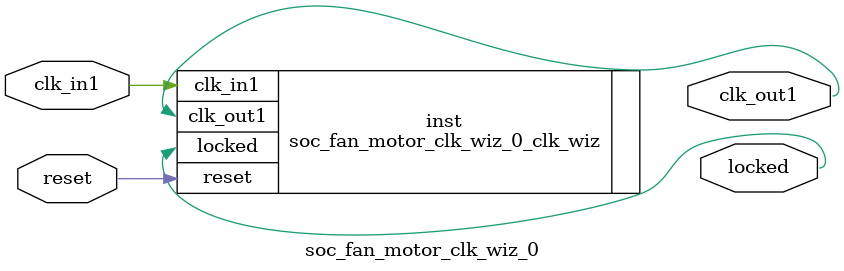
<source format=v>


`timescale 1ps/1ps

(* CORE_GENERATION_INFO = "soc_fan_motor_clk_wiz_0,clk_wiz_v6_0_15_0_0,{component_name=soc_fan_motor_clk_wiz_0,use_phase_alignment=true,use_min_o_jitter=false,use_max_i_jitter=false,use_dyn_phase_shift=false,use_inclk_switchover=false,use_dyn_reconfig=false,enable_axi=0,feedback_source=FDBK_AUTO,PRIMITIVE=MMCM,num_out_clk=1,clkin1_period=10.000,clkin2_period=10.000,use_power_down=false,use_reset=true,use_locked=true,use_inclk_stopped=false,feedback_type=SINGLE,CLOCK_MGR_TYPE=NA,manual_override=false}" *)

module soc_fan_motor_clk_wiz_0 
 (
  // Clock out ports
  output        clk_out1,
  // Status and control signals
  input         reset,
  output        locked,
 // Clock in ports
  input         clk_in1
 );

  soc_fan_motor_clk_wiz_0_clk_wiz inst
  (
  // Clock out ports  
  .clk_out1(clk_out1),
  // Status and control signals               
  .reset(reset), 
  .locked(locked),
 // Clock in ports
  .clk_in1(clk_in1)
  );

endmodule

</source>
